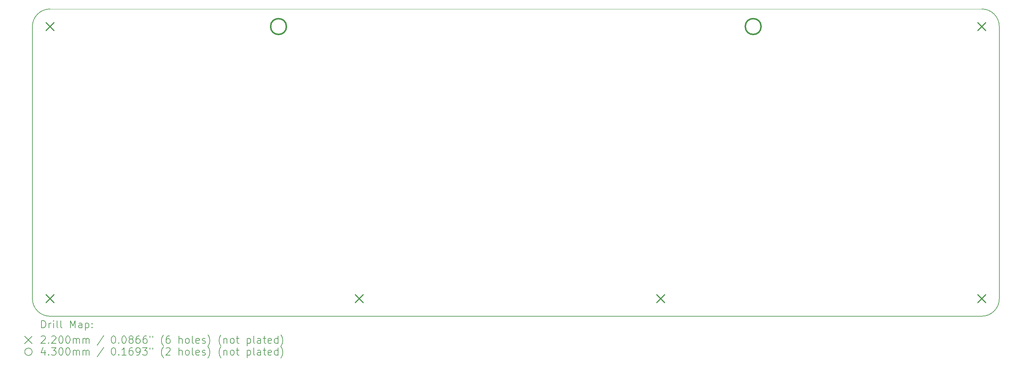
<source format=gbr>
%FSLAX45Y45*%
G04 Gerber Fmt 4.5, Leading zero omitted, Abs format (unit mm)*
G04 Created by KiCad (PCBNEW (6.0.0-0)) date 2022-04-10 20:25:58*
%MOMM*%
%LPD*%
G01*
G04 APERTURE LIST*
%TA.AperFunction,Profile*%
%ADD10C,0.100000*%
%TD*%
%TA.AperFunction,Profile*%
%ADD11C,0.150000*%
%TD*%
%ADD12C,0.200000*%
%ADD13C,0.220000*%
%ADD14C,0.430000*%
G04 APERTURE END LIST*
D10*
X2387500Y-5968750D02*
X27695000Y-5968750D01*
D11*
X27695000Y-14325000D02*
G75*
G03*
X28172500Y-13847500I0J477500D01*
G01*
X28172500Y-13847500D02*
X28172500Y-6446250D01*
X2387500Y-5968750D02*
G75*
G03*
X1910000Y-6446250I0J-477500D01*
G01*
X28172500Y-6446250D02*
G75*
G03*
X27695000Y-5968750I-477500J0D01*
G01*
X1910000Y-13847500D02*
X1910000Y-6446250D01*
X1910000Y-13847500D02*
G75*
G03*
X2387500Y-14325000I477500J0D01*
G01*
X2387500Y-14325000D02*
X27695000Y-14325000D01*
D12*
D13*
X2277500Y-6336250D02*
X2497500Y-6556250D01*
X2497500Y-6336250D02*
X2277500Y-6556250D01*
X2277500Y-13737500D02*
X2497500Y-13957500D01*
X2497500Y-13737500D02*
X2277500Y-13957500D01*
X10675410Y-13737500D02*
X10895410Y-13957500D01*
X10895410Y-13737500D02*
X10675410Y-13957500D01*
X18862080Y-13737500D02*
X19082080Y-13957500D01*
X19082080Y-13737500D02*
X18862080Y-13957500D01*
X27585000Y-6336250D02*
X27805000Y-6556250D01*
X27805000Y-6336250D02*
X27585000Y-6556250D01*
X27585000Y-13737500D02*
X27805000Y-13957500D01*
X27805000Y-13737500D02*
X27585000Y-13957500D01*
D14*
X8810000Y-6446250D02*
G75*
G03*
X8810000Y-6446250I-215000J0D01*
G01*
X21702500Y-6446250D02*
G75*
G03*
X21702500Y-6446250I-215000J0D01*
G01*
D12*
X2160119Y-14642976D02*
X2160119Y-14442976D01*
X2207738Y-14442976D01*
X2236310Y-14452500D01*
X2255357Y-14471548D01*
X2264881Y-14490595D01*
X2274405Y-14528690D01*
X2274405Y-14557262D01*
X2264881Y-14595357D01*
X2255357Y-14614405D01*
X2236310Y-14633452D01*
X2207738Y-14642976D01*
X2160119Y-14642976D01*
X2360119Y-14642976D02*
X2360119Y-14509643D01*
X2360119Y-14547738D02*
X2369643Y-14528690D01*
X2379167Y-14519167D01*
X2398214Y-14509643D01*
X2417262Y-14509643D01*
X2483929Y-14642976D02*
X2483929Y-14509643D01*
X2483929Y-14442976D02*
X2474405Y-14452500D01*
X2483929Y-14462024D01*
X2493452Y-14452500D01*
X2483929Y-14442976D01*
X2483929Y-14462024D01*
X2607738Y-14642976D02*
X2588690Y-14633452D01*
X2579167Y-14614405D01*
X2579167Y-14442976D01*
X2712500Y-14642976D02*
X2693452Y-14633452D01*
X2683929Y-14614405D01*
X2683929Y-14442976D01*
X2941071Y-14642976D02*
X2941071Y-14442976D01*
X3007738Y-14585833D01*
X3074405Y-14442976D01*
X3074405Y-14642976D01*
X3255357Y-14642976D02*
X3255357Y-14538214D01*
X3245833Y-14519167D01*
X3226786Y-14509643D01*
X3188690Y-14509643D01*
X3169643Y-14519167D01*
X3255357Y-14633452D02*
X3236309Y-14642976D01*
X3188690Y-14642976D01*
X3169643Y-14633452D01*
X3160119Y-14614405D01*
X3160119Y-14595357D01*
X3169643Y-14576309D01*
X3188690Y-14566786D01*
X3236309Y-14566786D01*
X3255357Y-14557262D01*
X3350595Y-14509643D02*
X3350595Y-14709643D01*
X3350595Y-14519167D02*
X3369643Y-14509643D01*
X3407738Y-14509643D01*
X3426786Y-14519167D01*
X3436309Y-14528690D01*
X3445833Y-14547738D01*
X3445833Y-14604881D01*
X3436309Y-14623928D01*
X3426786Y-14633452D01*
X3407738Y-14642976D01*
X3369643Y-14642976D01*
X3350595Y-14633452D01*
X3531548Y-14623928D02*
X3541071Y-14633452D01*
X3531548Y-14642976D01*
X3522024Y-14633452D01*
X3531548Y-14623928D01*
X3531548Y-14642976D01*
X3531548Y-14519167D02*
X3541071Y-14528690D01*
X3531548Y-14538214D01*
X3522024Y-14528690D01*
X3531548Y-14519167D01*
X3531548Y-14538214D01*
X1702500Y-14872500D02*
X1902500Y-15072500D01*
X1902500Y-14872500D02*
X1702500Y-15072500D01*
X2150595Y-14882024D02*
X2160119Y-14872500D01*
X2179167Y-14862976D01*
X2226786Y-14862976D01*
X2245833Y-14872500D01*
X2255357Y-14882024D01*
X2264881Y-14901071D01*
X2264881Y-14920119D01*
X2255357Y-14948690D01*
X2141071Y-15062976D01*
X2264881Y-15062976D01*
X2350595Y-15043928D02*
X2360119Y-15053452D01*
X2350595Y-15062976D01*
X2341071Y-15053452D01*
X2350595Y-15043928D01*
X2350595Y-15062976D01*
X2436310Y-14882024D02*
X2445833Y-14872500D01*
X2464881Y-14862976D01*
X2512500Y-14862976D01*
X2531548Y-14872500D01*
X2541071Y-14882024D01*
X2550595Y-14901071D01*
X2550595Y-14920119D01*
X2541071Y-14948690D01*
X2426786Y-15062976D01*
X2550595Y-15062976D01*
X2674405Y-14862976D02*
X2693452Y-14862976D01*
X2712500Y-14872500D01*
X2722024Y-14882024D01*
X2731548Y-14901071D01*
X2741071Y-14939167D01*
X2741071Y-14986786D01*
X2731548Y-15024881D01*
X2722024Y-15043928D01*
X2712500Y-15053452D01*
X2693452Y-15062976D01*
X2674405Y-15062976D01*
X2655357Y-15053452D01*
X2645833Y-15043928D01*
X2636310Y-15024881D01*
X2626786Y-14986786D01*
X2626786Y-14939167D01*
X2636310Y-14901071D01*
X2645833Y-14882024D01*
X2655357Y-14872500D01*
X2674405Y-14862976D01*
X2864881Y-14862976D02*
X2883928Y-14862976D01*
X2902976Y-14872500D01*
X2912500Y-14882024D01*
X2922024Y-14901071D01*
X2931548Y-14939167D01*
X2931548Y-14986786D01*
X2922024Y-15024881D01*
X2912500Y-15043928D01*
X2902976Y-15053452D01*
X2883928Y-15062976D01*
X2864881Y-15062976D01*
X2845833Y-15053452D01*
X2836309Y-15043928D01*
X2826786Y-15024881D01*
X2817262Y-14986786D01*
X2817262Y-14939167D01*
X2826786Y-14901071D01*
X2836309Y-14882024D01*
X2845833Y-14872500D01*
X2864881Y-14862976D01*
X3017262Y-15062976D02*
X3017262Y-14929643D01*
X3017262Y-14948690D02*
X3026786Y-14939167D01*
X3045833Y-14929643D01*
X3074405Y-14929643D01*
X3093452Y-14939167D01*
X3102976Y-14958214D01*
X3102976Y-15062976D01*
X3102976Y-14958214D02*
X3112500Y-14939167D01*
X3131548Y-14929643D01*
X3160119Y-14929643D01*
X3179167Y-14939167D01*
X3188690Y-14958214D01*
X3188690Y-15062976D01*
X3283928Y-15062976D02*
X3283928Y-14929643D01*
X3283928Y-14948690D02*
X3293452Y-14939167D01*
X3312500Y-14929643D01*
X3341071Y-14929643D01*
X3360119Y-14939167D01*
X3369643Y-14958214D01*
X3369643Y-15062976D01*
X3369643Y-14958214D02*
X3379167Y-14939167D01*
X3398214Y-14929643D01*
X3426786Y-14929643D01*
X3445833Y-14939167D01*
X3455357Y-14958214D01*
X3455357Y-15062976D01*
X3845833Y-14853452D02*
X3674405Y-15110595D01*
X4102976Y-14862976D02*
X4122024Y-14862976D01*
X4141071Y-14872500D01*
X4150595Y-14882024D01*
X4160119Y-14901071D01*
X4169643Y-14939167D01*
X4169643Y-14986786D01*
X4160119Y-15024881D01*
X4150595Y-15043928D01*
X4141071Y-15053452D01*
X4122024Y-15062976D01*
X4102976Y-15062976D01*
X4083928Y-15053452D01*
X4074405Y-15043928D01*
X4064881Y-15024881D01*
X4055357Y-14986786D01*
X4055357Y-14939167D01*
X4064881Y-14901071D01*
X4074405Y-14882024D01*
X4083928Y-14872500D01*
X4102976Y-14862976D01*
X4255357Y-15043928D02*
X4264881Y-15053452D01*
X4255357Y-15062976D01*
X4245833Y-15053452D01*
X4255357Y-15043928D01*
X4255357Y-15062976D01*
X4388690Y-14862976D02*
X4407738Y-14862976D01*
X4426786Y-14872500D01*
X4436310Y-14882024D01*
X4445833Y-14901071D01*
X4455357Y-14939167D01*
X4455357Y-14986786D01*
X4445833Y-15024881D01*
X4436310Y-15043928D01*
X4426786Y-15053452D01*
X4407738Y-15062976D01*
X4388690Y-15062976D01*
X4369643Y-15053452D01*
X4360119Y-15043928D01*
X4350595Y-15024881D01*
X4341071Y-14986786D01*
X4341071Y-14939167D01*
X4350595Y-14901071D01*
X4360119Y-14882024D01*
X4369643Y-14872500D01*
X4388690Y-14862976D01*
X4569643Y-14948690D02*
X4550595Y-14939167D01*
X4541071Y-14929643D01*
X4531548Y-14910595D01*
X4531548Y-14901071D01*
X4541071Y-14882024D01*
X4550595Y-14872500D01*
X4569643Y-14862976D01*
X4607738Y-14862976D01*
X4626786Y-14872500D01*
X4636310Y-14882024D01*
X4645833Y-14901071D01*
X4645833Y-14910595D01*
X4636310Y-14929643D01*
X4626786Y-14939167D01*
X4607738Y-14948690D01*
X4569643Y-14948690D01*
X4550595Y-14958214D01*
X4541071Y-14967738D01*
X4531548Y-14986786D01*
X4531548Y-15024881D01*
X4541071Y-15043928D01*
X4550595Y-15053452D01*
X4569643Y-15062976D01*
X4607738Y-15062976D01*
X4626786Y-15053452D01*
X4636310Y-15043928D01*
X4645833Y-15024881D01*
X4645833Y-14986786D01*
X4636310Y-14967738D01*
X4626786Y-14958214D01*
X4607738Y-14948690D01*
X4817262Y-14862976D02*
X4779167Y-14862976D01*
X4760119Y-14872500D01*
X4750595Y-14882024D01*
X4731548Y-14910595D01*
X4722024Y-14948690D01*
X4722024Y-15024881D01*
X4731548Y-15043928D01*
X4741071Y-15053452D01*
X4760119Y-15062976D01*
X4798214Y-15062976D01*
X4817262Y-15053452D01*
X4826786Y-15043928D01*
X4836310Y-15024881D01*
X4836310Y-14977262D01*
X4826786Y-14958214D01*
X4817262Y-14948690D01*
X4798214Y-14939167D01*
X4760119Y-14939167D01*
X4741071Y-14948690D01*
X4731548Y-14958214D01*
X4722024Y-14977262D01*
X5007738Y-14862976D02*
X4969643Y-14862976D01*
X4950595Y-14872500D01*
X4941071Y-14882024D01*
X4922024Y-14910595D01*
X4912500Y-14948690D01*
X4912500Y-15024881D01*
X4922024Y-15043928D01*
X4931548Y-15053452D01*
X4950595Y-15062976D01*
X4988690Y-15062976D01*
X5007738Y-15053452D01*
X5017262Y-15043928D01*
X5026786Y-15024881D01*
X5026786Y-14977262D01*
X5017262Y-14958214D01*
X5007738Y-14948690D01*
X4988690Y-14939167D01*
X4950595Y-14939167D01*
X4931548Y-14948690D01*
X4922024Y-14958214D01*
X4912500Y-14977262D01*
X5102976Y-14862976D02*
X5102976Y-14901071D01*
X5179167Y-14862976D02*
X5179167Y-14901071D01*
X5474405Y-15139167D02*
X5464881Y-15129643D01*
X5445833Y-15101071D01*
X5436310Y-15082024D01*
X5426786Y-15053452D01*
X5417262Y-15005833D01*
X5417262Y-14967738D01*
X5426786Y-14920119D01*
X5436310Y-14891548D01*
X5445833Y-14872500D01*
X5464881Y-14843928D01*
X5474405Y-14834405D01*
X5636309Y-14862976D02*
X5598214Y-14862976D01*
X5579167Y-14872500D01*
X5569643Y-14882024D01*
X5550595Y-14910595D01*
X5541071Y-14948690D01*
X5541071Y-15024881D01*
X5550595Y-15043928D01*
X5560119Y-15053452D01*
X5579167Y-15062976D01*
X5617262Y-15062976D01*
X5636309Y-15053452D01*
X5645833Y-15043928D01*
X5655357Y-15024881D01*
X5655357Y-14977262D01*
X5645833Y-14958214D01*
X5636309Y-14948690D01*
X5617262Y-14939167D01*
X5579167Y-14939167D01*
X5560119Y-14948690D01*
X5550595Y-14958214D01*
X5541071Y-14977262D01*
X5893452Y-15062976D02*
X5893452Y-14862976D01*
X5979167Y-15062976D02*
X5979167Y-14958214D01*
X5969643Y-14939167D01*
X5950595Y-14929643D01*
X5922024Y-14929643D01*
X5902976Y-14939167D01*
X5893452Y-14948690D01*
X6102976Y-15062976D02*
X6083928Y-15053452D01*
X6074405Y-15043928D01*
X6064881Y-15024881D01*
X6064881Y-14967738D01*
X6074405Y-14948690D01*
X6083928Y-14939167D01*
X6102976Y-14929643D01*
X6131548Y-14929643D01*
X6150595Y-14939167D01*
X6160119Y-14948690D01*
X6169643Y-14967738D01*
X6169643Y-15024881D01*
X6160119Y-15043928D01*
X6150595Y-15053452D01*
X6131548Y-15062976D01*
X6102976Y-15062976D01*
X6283928Y-15062976D02*
X6264881Y-15053452D01*
X6255357Y-15034405D01*
X6255357Y-14862976D01*
X6436309Y-15053452D02*
X6417262Y-15062976D01*
X6379167Y-15062976D01*
X6360119Y-15053452D01*
X6350595Y-15034405D01*
X6350595Y-14958214D01*
X6360119Y-14939167D01*
X6379167Y-14929643D01*
X6417262Y-14929643D01*
X6436309Y-14939167D01*
X6445833Y-14958214D01*
X6445833Y-14977262D01*
X6350595Y-14996309D01*
X6522024Y-15053452D02*
X6541071Y-15062976D01*
X6579167Y-15062976D01*
X6598214Y-15053452D01*
X6607738Y-15034405D01*
X6607738Y-15024881D01*
X6598214Y-15005833D01*
X6579167Y-14996309D01*
X6550595Y-14996309D01*
X6531548Y-14986786D01*
X6522024Y-14967738D01*
X6522024Y-14958214D01*
X6531548Y-14939167D01*
X6550595Y-14929643D01*
X6579167Y-14929643D01*
X6598214Y-14939167D01*
X6674405Y-15139167D02*
X6683928Y-15129643D01*
X6702976Y-15101071D01*
X6712500Y-15082024D01*
X6722024Y-15053452D01*
X6731548Y-15005833D01*
X6731548Y-14967738D01*
X6722024Y-14920119D01*
X6712500Y-14891548D01*
X6702976Y-14872500D01*
X6683928Y-14843928D01*
X6674405Y-14834405D01*
X7036309Y-15139167D02*
X7026786Y-15129643D01*
X7007738Y-15101071D01*
X6998214Y-15082024D01*
X6988690Y-15053452D01*
X6979167Y-15005833D01*
X6979167Y-14967738D01*
X6988690Y-14920119D01*
X6998214Y-14891548D01*
X7007738Y-14872500D01*
X7026786Y-14843928D01*
X7036309Y-14834405D01*
X7112500Y-14929643D02*
X7112500Y-15062976D01*
X7112500Y-14948690D02*
X7122024Y-14939167D01*
X7141071Y-14929643D01*
X7169643Y-14929643D01*
X7188690Y-14939167D01*
X7198214Y-14958214D01*
X7198214Y-15062976D01*
X7322024Y-15062976D02*
X7302976Y-15053452D01*
X7293452Y-15043928D01*
X7283928Y-15024881D01*
X7283928Y-14967738D01*
X7293452Y-14948690D01*
X7302976Y-14939167D01*
X7322024Y-14929643D01*
X7350595Y-14929643D01*
X7369643Y-14939167D01*
X7379167Y-14948690D01*
X7388690Y-14967738D01*
X7388690Y-15024881D01*
X7379167Y-15043928D01*
X7369643Y-15053452D01*
X7350595Y-15062976D01*
X7322024Y-15062976D01*
X7445833Y-14929643D02*
X7522024Y-14929643D01*
X7474405Y-14862976D02*
X7474405Y-15034405D01*
X7483928Y-15053452D01*
X7502976Y-15062976D01*
X7522024Y-15062976D01*
X7741071Y-14929643D02*
X7741071Y-15129643D01*
X7741071Y-14939167D02*
X7760119Y-14929643D01*
X7798214Y-14929643D01*
X7817262Y-14939167D01*
X7826786Y-14948690D01*
X7836309Y-14967738D01*
X7836309Y-15024881D01*
X7826786Y-15043928D01*
X7817262Y-15053452D01*
X7798214Y-15062976D01*
X7760119Y-15062976D01*
X7741071Y-15053452D01*
X7950595Y-15062976D02*
X7931548Y-15053452D01*
X7922024Y-15034405D01*
X7922024Y-14862976D01*
X8112500Y-15062976D02*
X8112500Y-14958214D01*
X8102976Y-14939167D01*
X8083928Y-14929643D01*
X8045833Y-14929643D01*
X8026786Y-14939167D01*
X8112500Y-15053452D02*
X8093452Y-15062976D01*
X8045833Y-15062976D01*
X8026786Y-15053452D01*
X8017262Y-15034405D01*
X8017262Y-15015357D01*
X8026786Y-14996309D01*
X8045833Y-14986786D01*
X8093452Y-14986786D01*
X8112500Y-14977262D01*
X8179167Y-14929643D02*
X8255357Y-14929643D01*
X8207738Y-14862976D02*
X8207738Y-15034405D01*
X8217262Y-15053452D01*
X8236309Y-15062976D01*
X8255357Y-15062976D01*
X8398214Y-15053452D02*
X8379167Y-15062976D01*
X8341071Y-15062976D01*
X8322024Y-15053452D01*
X8312500Y-15034405D01*
X8312500Y-14958214D01*
X8322024Y-14939167D01*
X8341071Y-14929643D01*
X8379167Y-14929643D01*
X8398214Y-14939167D01*
X8407738Y-14958214D01*
X8407738Y-14977262D01*
X8312500Y-14996309D01*
X8579167Y-15062976D02*
X8579167Y-14862976D01*
X8579167Y-15053452D02*
X8560119Y-15062976D01*
X8522024Y-15062976D01*
X8502976Y-15053452D01*
X8493452Y-15043928D01*
X8483929Y-15024881D01*
X8483929Y-14967738D01*
X8493452Y-14948690D01*
X8502976Y-14939167D01*
X8522024Y-14929643D01*
X8560119Y-14929643D01*
X8579167Y-14939167D01*
X8655357Y-15139167D02*
X8664881Y-15129643D01*
X8683929Y-15101071D01*
X8693452Y-15082024D01*
X8702976Y-15053452D01*
X8712500Y-15005833D01*
X8712500Y-14967738D01*
X8702976Y-14920119D01*
X8693452Y-14891548D01*
X8683929Y-14872500D01*
X8664881Y-14843928D01*
X8655357Y-14834405D01*
X1902500Y-15292500D02*
G75*
G03*
X1902500Y-15292500I-100000J0D01*
G01*
X2245833Y-15249643D02*
X2245833Y-15382976D01*
X2198214Y-15173452D02*
X2150595Y-15316309D01*
X2274405Y-15316309D01*
X2350595Y-15363928D02*
X2360119Y-15373452D01*
X2350595Y-15382976D01*
X2341071Y-15373452D01*
X2350595Y-15363928D01*
X2350595Y-15382976D01*
X2426786Y-15182976D02*
X2550595Y-15182976D01*
X2483929Y-15259167D01*
X2512500Y-15259167D01*
X2531548Y-15268690D01*
X2541071Y-15278214D01*
X2550595Y-15297262D01*
X2550595Y-15344881D01*
X2541071Y-15363928D01*
X2531548Y-15373452D01*
X2512500Y-15382976D01*
X2455357Y-15382976D01*
X2436310Y-15373452D01*
X2426786Y-15363928D01*
X2674405Y-15182976D02*
X2693452Y-15182976D01*
X2712500Y-15192500D01*
X2722024Y-15202024D01*
X2731548Y-15221071D01*
X2741071Y-15259167D01*
X2741071Y-15306786D01*
X2731548Y-15344881D01*
X2722024Y-15363928D01*
X2712500Y-15373452D01*
X2693452Y-15382976D01*
X2674405Y-15382976D01*
X2655357Y-15373452D01*
X2645833Y-15363928D01*
X2636310Y-15344881D01*
X2626786Y-15306786D01*
X2626786Y-15259167D01*
X2636310Y-15221071D01*
X2645833Y-15202024D01*
X2655357Y-15192500D01*
X2674405Y-15182976D01*
X2864881Y-15182976D02*
X2883928Y-15182976D01*
X2902976Y-15192500D01*
X2912500Y-15202024D01*
X2922024Y-15221071D01*
X2931548Y-15259167D01*
X2931548Y-15306786D01*
X2922024Y-15344881D01*
X2912500Y-15363928D01*
X2902976Y-15373452D01*
X2883928Y-15382976D01*
X2864881Y-15382976D01*
X2845833Y-15373452D01*
X2836309Y-15363928D01*
X2826786Y-15344881D01*
X2817262Y-15306786D01*
X2817262Y-15259167D01*
X2826786Y-15221071D01*
X2836309Y-15202024D01*
X2845833Y-15192500D01*
X2864881Y-15182976D01*
X3017262Y-15382976D02*
X3017262Y-15249643D01*
X3017262Y-15268690D02*
X3026786Y-15259167D01*
X3045833Y-15249643D01*
X3074405Y-15249643D01*
X3093452Y-15259167D01*
X3102976Y-15278214D01*
X3102976Y-15382976D01*
X3102976Y-15278214D02*
X3112500Y-15259167D01*
X3131548Y-15249643D01*
X3160119Y-15249643D01*
X3179167Y-15259167D01*
X3188690Y-15278214D01*
X3188690Y-15382976D01*
X3283928Y-15382976D02*
X3283928Y-15249643D01*
X3283928Y-15268690D02*
X3293452Y-15259167D01*
X3312500Y-15249643D01*
X3341071Y-15249643D01*
X3360119Y-15259167D01*
X3369643Y-15278214D01*
X3369643Y-15382976D01*
X3369643Y-15278214D02*
X3379167Y-15259167D01*
X3398214Y-15249643D01*
X3426786Y-15249643D01*
X3445833Y-15259167D01*
X3455357Y-15278214D01*
X3455357Y-15382976D01*
X3845833Y-15173452D02*
X3674405Y-15430595D01*
X4102976Y-15182976D02*
X4122024Y-15182976D01*
X4141071Y-15192500D01*
X4150595Y-15202024D01*
X4160119Y-15221071D01*
X4169643Y-15259167D01*
X4169643Y-15306786D01*
X4160119Y-15344881D01*
X4150595Y-15363928D01*
X4141071Y-15373452D01*
X4122024Y-15382976D01*
X4102976Y-15382976D01*
X4083928Y-15373452D01*
X4074405Y-15363928D01*
X4064881Y-15344881D01*
X4055357Y-15306786D01*
X4055357Y-15259167D01*
X4064881Y-15221071D01*
X4074405Y-15202024D01*
X4083928Y-15192500D01*
X4102976Y-15182976D01*
X4255357Y-15363928D02*
X4264881Y-15373452D01*
X4255357Y-15382976D01*
X4245833Y-15373452D01*
X4255357Y-15363928D01*
X4255357Y-15382976D01*
X4455357Y-15382976D02*
X4341071Y-15382976D01*
X4398214Y-15382976D02*
X4398214Y-15182976D01*
X4379167Y-15211548D01*
X4360119Y-15230595D01*
X4341071Y-15240119D01*
X4626786Y-15182976D02*
X4588690Y-15182976D01*
X4569643Y-15192500D01*
X4560119Y-15202024D01*
X4541071Y-15230595D01*
X4531548Y-15268690D01*
X4531548Y-15344881D01*
X4541071Y-15363928D01*
X4550595Y-15373452D01*
X4569643Y-15382976D01*
X4607738Y-15382976D01*
X4626786Y-15373452D01*
X4636310Y-15363928D01*
X4645833Y-15344881D01*
X4645833Y-15297262D01*
X4636310Y-15278214D01*
X4626786Y-15268690D01*
X4607738Y-15259167D01*
X4569643Y-15259167D01*
X4550595Y-15268690D01*
X4541071Y-15278214D01*
X4531548Y-15297262D01*
X4741071Y-15382976D02*
X4779167Y-15382976D01*
X4798214Y-15373452D01*
X4807738Y-15363928D01*
X4826786Y-15335357D01*
X4836310Y-15297262D01*
X4836310Y-15221071D01*
X4826786Y-15202024D01*
X4817262Y-15192500D01*
X4798214Y-15182976D01*
X4760119Y-15182976D01*
X4741071Y-15192500D01*
X4731548Y-15202024D01*
X4722024Y-15221071D01*
X4722024Y-15268690D01*
X4731548Y-15287738D01*
X4741071Y-15297262D01*
X4760119Y-15306786D01*
X4798214Y-15306786D01*
X4817262Y-15297262D01*
X4826786Y-15287738D01*
X4836310Y-15268690D01*
X4902976Y-15182976D02*
X5026786Y-15182976D01*
X4960119Y-15259167D01*
X4988690Y-15259167D01*
X5007738Y-15268690D01*
X5017262Y-15278214D01*
X5026786Y-15297262D01*
X5026786Y-15344881D01*
X5017262Y-15363928D01*
X5007738Y-15373452D01*
X4988690Y-15382976D01*
X4931548Y-15382976D01*
X4912500Y-15373452D01*
X4902976Y-15363928D01*
X5102976Y-15182976D02*
X5102976Y-15221071D01*
X5179167Y-15182976D02*
X5179167Y-15221071D01*
X5474405Y-15459167D02*
X5464881Y-15449643D01*
X5445833Y-15421071D01*
X5436310Y-15402024D01*
X5426786Y-15373452D01*
X5417262Y-15325833D01*
X5417262Y-15287738D01*
X5426786Y-15240119D01*
X5436310Y-15211548D01*
X5445833Y-15192500D01*
X5464881Y-15163928D01*
X5474405Y-15154405D01*
X5541071Y-15202024D02*
X5550595Y-15192500D01*
X5569643Y-15182976D01*
X5617262Y-15182976D01*
X5636309Y-15192500D01*
X5645833Y-15202024D01*
X5655357Y-15221071D01*
X5655357Y-15240119D01*
X5645833Y-15268690D01*
X5531548Y-15382976D01*
X5655357Y-15382976D01*
X5893452Y-15382976D02*
X5893452Y-15182976D01*
X5979167Y-15382976D02*
X5979167Y-15278214D01*
X5969643Y-15259167D01*
X5950595Y-15249643D01*
X5922024Y-15249643D01*
X5902976Y-15259167D01*
X5893452Y-15268690D01*
X6102976Y-15382976D02*
X6083928Y-15373452D01*
X6074405Y-15363928D01*
X6064881Y-15344881D01*
X6064881Y-15287738D01*
X6074405Y-15268690D01*
X6083928Y-15259167D01*
X6102976Y-15249643D01*
X6131548Y-15249643D01*
X6150595Y-15259167D01*
X6160119Y-15268690D01*
X6169643Y-15287738D01*
X6169643Y-15344881D01*
X6160119Y-15363928D01*
X6150595Y-15373452D01*
X6131548Y-15382976D01*
X6102976Y-15382976D01*
X6283928Y-15382976D02*
X6264881Y-15373452D01*
X6255357Y-15354405D01*
X6255357Y-15182976D01*
X6436309Y-15373452D02*
X6417262Y-15382976D01*
X6379167Y-15382976D01*
X6360119Y-15373452D01*
X6350595Y-15354405D01*
X6350595Y-15278214D01*
X6360119Y-15259167D01*
X6379167Y-15249643D01*
X6417262Y-15249643D01*
X6436309Y-15259167D01*
X6445833Y-15278214D01*
X6445833Y-15297262D01*
X6350595Y-15316309D01*
X6522024Y-15373452D02*
X6541071Y-15382976D01*
X6579167Y-15382976D01*
X6598214Y-15373452D01*
X6607738Y-15354405D01*
X6607738Y-15344881D01*
X6598214Y-15325833D01*
X6579167Y-15316309D01*
X6550595Y-15316309D01*
X6531548Y-15306786D01*
X6522024Y-15287738D01*
X6522024Y-15278214D01*
X6531548Y-15259167D01*
X6550595Y-15249643D01*
X6579167Y-15249643D01*
X6598214Y-15259167D01*
X6674405Y-15459167D02*
X6683928Y-15449643D01*
X6702976Y-15421071D01*
X6712500Y-15402024D01*
X6722024Y-15373452D01*
X6731548Y-15325833D01*
X6731548Y-15287738D01*
X6722024Y-15240119D01*
X6712500Y-15211548D01*
X6702976Y-15192500D01*
X6683928Y-15163928D01*
X6674405Y-15154405D01*
X7036309Y-15459167D02*
X7026786Y-15449643D01*
X7007738Y-15421071D01*
X6998214Y-15402024D01*
X6988690Y-15373452D01*
X6979167Y-15325833D01*
X6979167Y-15287738D01*
X6988690Y-15240119D01*
X6998214Y-15211548D01*
X7007738Y-15192500D01*
X7026786Y-15163928D01*
X7036309Y-15154405D01*
X7112500Y-15249643D02*
X7112500Y-15382976D01*
X7112500Y-15268690D02*
X7122024Y-15259167D01*
X7141071Y-15249643D01*
X7169643Y-15249643D01*
X7188690Y-15259167D01*
X7198214Y-15278214D01*
X7198214Y-15382976D01*
X7322024Y-15382976D02*
X7302976Y-15373452D01*
X7293452Y-15363928D01*
X7283928Y-15344881D01*
X7283928Y-15287738D01*
X7293452Y-15268690D01*
X7302976Y-15259167D01*
X7322024Y-15249643D01*
X7350595Y-15249643D01*
X7369643Y-15259167D01*
X7379167Y-15268690D01*
X7388690Y-15287738D01*
X7388690Y-15344881D01*
X7379167Y-15363928D01*
X7369643Y-15373452D01*
X7350595Y-15382976D01*
X7322024Y-15382976D01*
X7445833Y-15249643D02*
X7522024Y-15249643D01*
X7474405Y-15182976D02*
X7474405Y-15354405D01*
X7483928Y-15373452D01*
X7502976Y-15382976D01*
X7522024Y-15382976D01*
X7741071Y-15249643D02*
X7741071Y-15449643D01*
X7741071Y-15259167D02*
X7760119Y-15249643D01*
X7798214Y-15249643D01*
X7817262Y-15259167D01*
X7826786Y-15268690D01*
X7836309Y-15287738D01*
X7836309Y-15344881D01*
X7826786Y-15363928D01*
X7817262Y-15373452D01*
X7798214Y-15382976D01*
X7760119Y-15382976D01*
X7741071Y-15373452D01*
X7950595Y-15382976D02*
X7931548Y-15373452D01*
X7922024Y-15354405D01*
X7922024Y-15182976D01*
X8112500Y-15382976D02*
X8112500Y-15278214D01*
X8102976Y-15259167D01*
X8083928Y-15249643D01*
X8045833Y-15249643D01*
X8026786Y-15259167D01*
X8112500Y-15373452D02*
X8093452Y-15382976D01*
X8045833Y-15382976D01*
X8026786Y-15373452D01*
X8017262Y-15354405D01*
X8017262Y-15335357D01*
X8026786Y-15316309D01*
X8045833Y-15306786D01*
X8093452Y-15306786D01*
X8112500Y-15297262D01*
X8179167Y-15249643D02*
X8255357Y-15249643D01*
X8207738Y-15182976D02*
X8207738Y-15354405D01*
X8217262Y-15373452D01*
X8236309Y-15382976D01*
X8255357Y-15382976D01*
X8398214Y-15373452D02*
X8379167Y-15382976D01*
X8341071Y-15382976D01*
X8322024Y-15373452D01*
X8312500Y-15354405D01*
X8312500Y-15278214D01*
X8322024Y-15259167D01*
X8341071Y-15249643D01*
X8379167Y-15249643D01*
X8398214Y-15259167D01*
X8407738Y-15278214D01*
X8407738Y-15297262D01*
X8312500Y-15316309D01*
X8579167Y-15382976D02*
X8579167Y-15182976D01*
X8579167Y-15373452D02*
X8560119Y-15382976D01*
X8522024Y-15382976D01*
X8502976Y-15373452D01*
X8493452Y-15363928D01*
X8483929Y-15344881D01*
X8483929Y-15287738D01*
X8493452Y-15268690D01*
X8502976Y-15259167D01*
X8522024Y-15249643D01*
X8560119Y-15249643D01*
X8579167Y-15259167D01*
X8655357Y-15459167D02*
X8664881Y-15449643D01*
X8683929Y-15421071D01*
X8693452Y-15402024D01*
X8702976Y-15373452D01*
X8712500Y-15325833D01*
X8712500Y-15287738D01*
X8702976Y-15240119D01*
X8693452Y-15211548D01*
X8683929Y-15192500D01*
X8664881Y-15163928D01*
X8655357Y-15154405D01*
M02*

</source>
